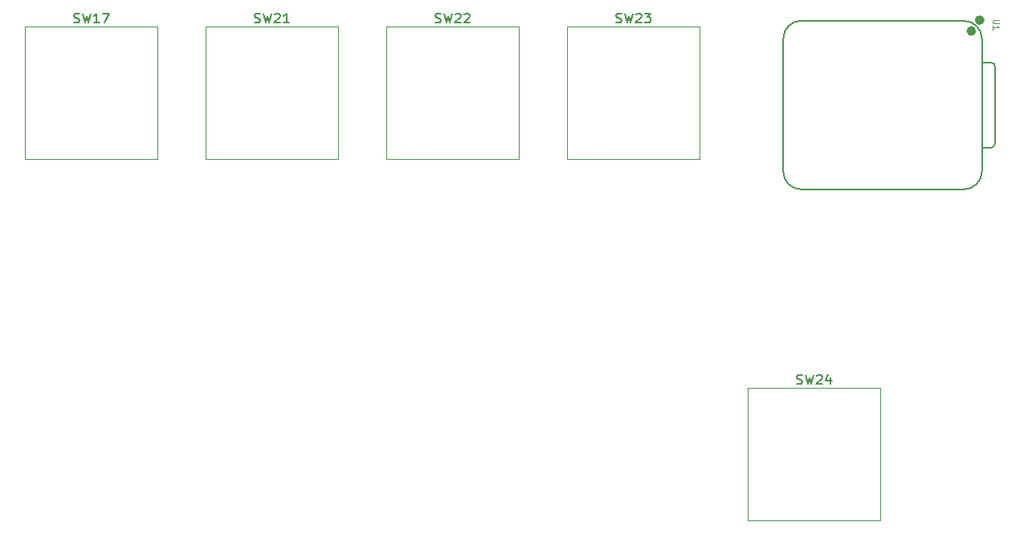
<source format=gbr>
%TF.GenerationSoftware,KiCad,Pcbnew,9.0.2*%
%TF.CreationDate,2025-06-28T02:05:05-07:00*%
%TF.ProjectId,Test,54657374-2e6b-4696-9361-645f70636258,rev?*%
%TF.SameCoordinates,Original*%
%TF.FileFunction,Legend,Top*%
%TF.FilePolarity,Positive*%
%FSLAX46Y46*%
G04 Gerber Fmt 4.6, Leading zero omitted, Abs format (unit mm)*
G04 Created by KiCad (PCBNEW 9.0.2) date 2025-06-28 02:05:05*
%MOMM*%
%LPD*%
G01*
G04 APERTURE LIST*
%ADD10C,0.150000*%
%ADD11C,0.101600*%
%ADD12C,0.120000*%
%ADD13C,0.127000*%
%ADD14C,0.100000*%
%ADD15C,0.504000*%
G04 APERTURE END LIST*
D10*
X95980476Y-119533200D02*
X96123333Y-119580819D01*
X96123333Y-119580819D02*
X96361428Y-119580819D01*
X96361428Y-119580819D02*
X96456666Y-119533200D01*
X96456666Y-119533200D02*
X96504285Y-119485580D01*
X96504285Y-119485580D02*
X96551904Y-119390342D01*
X96551904Y-119390342D02*
X96551904Y-119295104D01*
X96551904Y-119295104D02*
X96504285Y-119199866D01*
X96504285Y-119199866D02*
X96456666Y-119152247D01*
X96456666Y-119152247D02*
X96361428Y-119104628D01*
X96361428Y-119104628D02*
X96170952Y-119057009D01*
X96170952Y-119057009D02*
X96075714Y-119009390D01*
X96075714Y-119009390D02*
X96028095Y-118961771D01*
X96028095Y-118961771D02*
X95980476Y-118866533D01*
X95980476Y-118866533D02*
X95980476Y-118771295D01*
X95980476Y-118771295D02*
X96028095Y-118676057D01*
X96028095Y-118676057D02*
X96075714Y-118628438D01*
X96075714Y-118628438D02*
X96170952Y-118580819D01*
X96170952Y-118580819D02*
X96409047Y-118580819D01*
X96409047Y-118580819D02*
X96551904Y-118628438D01*
X96885238Y-118580819D02*
X97123333Y-119580819D01*
X97123333Y-119580819D02*
X97313809Y-118866533D01*
X97313809Y-118866533D02*
X97504285Y-119580819D01*
X97504285Y-119580819D02*
X97742381Y-118580819D01*
X98075714Y-118676057D02*
X98123333Y-118628438D01*
X98123333Y-118628438D02*
X98218571Y-118580819D01*
X98218571Y-118580819D02*
X98456666Y-118580819D01*
X98456666Y-118580819D02*
X98551904Y-118628438D01*
X98551904Y-118628438D02*
X98599523Y-118676057D01*
X98599523Y-118676057D02*
X98647142Y-118771295D01*
X98647142Y-118771295D02*
X98647142Y-118866533D01*
X98647142Y-118866533D02*
X98599523Y-119009390D01*
X98599523Y-119009390D02*
X98028095Y-119580819D01*
X98028095Y-119580819D02*
X98647142Y-119580819D01*
X98980476Y-118580819D02*
X99599523Y-118580819D01*
X99599523Y-118580819D02*
X99266190Y-118961771D01*
X99266190Y-118961771D02*
X99409047Y-118961771D01*
X99409047Y-118961771D02*
X99504285Y-119009390D01*
X99504285Y-119009390D02*
X99551904Y-119057009D01*
X99551904Y-119057009D02*
X99599523Y-119152247D01*
X99599523Y-119152247D02*
X99599523Y-119390342D01*
X99599523Y-119390342D02*
X99551904Y-119485580D01*
X99551904Y-119485580D02*
X99504285Y-119533200D01*
X99504285Y-119533200D02*
X99409047Y-119580819D01*
X99409047Y-119580819D02*
X99123333Y-119580819D01*
X99123333Y-119580819D02*
X99028095Y-119533200D01*
X99028095Y-119533200D02*
X98980476Y-119485580D01*
X115030476Y-157633200D02*
X115173333Y-157680819D01*
X115173333Y-157680819D02*
X115411428Y-157680819D01*
X115411428Y-157680819D02*
X115506666Y-157633200D01*
X115506666Y-157633200D02*
X115554285Y-157585580D01*
X115554285Y-157585580D02*
X115601904Y-157490342D01*
X115601904Y-157490342D02*
X115601904Y-157395104D01*
X115601904Y-157395104D02*
X115554285Y-157299866D01*
X115554285Y-157299866D02*
X115506666Y-157252247D01*
X115506666Y-157252247D02*
X115411428Y-157204628D01*
X115411428Y-157204628D02*
X115220952Y-157157009D01*
X115220952Y-157157009D02*
X115125714Y-157109390D01*
X115125714Y-157109390D02*
X115078095Y-157061771D01*
X115078095Y-157061771D02*
X115030476Y-156966533D01*
X115030476Y-156966533D02*
X115030476Y-156871295D01*
X115030476Y-156871295D02*
X115078095Y-156776057D01*
X115078095Y-156776057D02*
X115125714Y-156728438D01*
X115125714Y-156728438D02*
X115220952Y-156680819D01*
X115220952Y-156680819D02*
X115459047Y-156680819D01*
X115459047Y-156680819D02*
X115601904Y-156728438D01*
X115935238Y-156680819D02*
X116173333Y-157680819D01*
X116173333Y-157680819D02*
X116363809Y-156966533D01*
X116363809Y-156966533D02*
X116554285Y-157680819D01*
X116554285Y-157680819D02*
X116792381Y-156680819D01*
X117125714Y-156776057D02*
X117173333Y-156728438D01*
X117173333Y-156728438D02*
X117268571Y-156680819D01*
X117268571Y-156680819D02*
X117506666Y-156680819D01*
X117506666Y-156680819D02*
X117601904Y-156728438D01*
X117601904Y-156728438D02*
X117649523Y-156776057D01*
X117649523Y-156776057D02*
X117697142Y-156871295D01*
X117697142Y-156871295D02*
X117697142Y-156966533D01*
X117697142Y-156966533D02*
X117649523Y-157109390D01*
X117649523Y-157109390D02*
X117078095Y-157680819D01*
X117078095Y-157680819D02*
X117697142Y-157680819D01*
X118554285Y-157014152D02*
X118554285Y-157680819D01*
X118316190Y-156633200D02*
X118078095Y-157347485D01*
X118078095Y-157347485D02*
X118697142Y-157347485D01*
D11*
X136346520Y-119276190D02*
X135832473Y-119276190D01*
X135832473Y-119276190D02*
X135771997Y-119306428D01*
X135771997Y-119306428D02*
X135741759Y-119336666D01*
X135741759Y-119336666D02*
X135711520Y-119397142D01*
X135711520Y-119397142D02*
X135711520Y-119518095D01*
X135711520Y-119518095D02*
X135741759Y-119578571D01*
X135741759Y-119578571D02*
X135771997Y-119608809D01*
X135771997Y-119608809D02*
X135832473Y-119639047D01*
X135832473Y-119639047D02*
X136346520Y-119639047D01*
X135711520Y-120274047D02*
X135711520Y-119911190D01*
X135711520Y-120092618D02*
X136346520Y-120092618D01*
X136346520Y-120092618D02*
X136255806Y-120032142D01*
X136255806Y-120032142D02*
X136195330Y-119971666D01*
X136195330Y-119971666D02*
X136165092Y-119911190D01*
D10*
X76930476Y-119533200D02*
X77073333Y-119580819D01*
X77073333Y-119580819D02*
X77311428Y-119580819D01*
X77311428Y-119580819D02*
X77406666Y-119533200D01*
X77406666Y-119533200D02*
X77454285Y-119485580D01*
X77454285Y-119485580D02*
X77501904Y-119390342D01*
X77501904Y-119390342D02*
X77501904Y-119295104D01*
X77501904Y-119295104D02*
X77454285Y-119199866D01*
X77454285Y-119199866D02*
X77406666Y-119152247D01*
X77406666Y-119152247D02*
X77311428Y-119104628D01*
X77311428Y-119104628D02*
X77120952Y-119057009D01*
X77120952Y-119057009D02*
X77025714Y-119009390D01*
X77025714Y-119009390D02*
X76978095Y-118961771D01*
X76978095Y-118961771D02*
X76930476Y-118866533D01*
X76930476Y-118866533D02*
X76930476Y-118771295D01*
X76930476Y-118771295D02*
X76978095Y-118676057D01*
X76978095Y-118676057D02*
X77025714Y-118628438D01*
X77025714Y-118628438D02*
X77120952Y-118580819D01*
X77120952Y-118580819D02*
X77359047Y-118580819D01*
X77359047Y-118580819D02*
X77501904Y-118628438D01*
X77835238Y-118580819D02*
X78073333Y-119580819D01*
X78073333Y-119580819D02*
X78263809Y-118866533D01*
X78263809Y-118866533D02*
X78454285Y-119580819D01*
X78454285Y-119580819D02*
X78692381Y-118580819D01*
X79025714Y-118676057D02*
X79073333Y-118628438D01*
X79073333Y-118628438D02*
X79168571Y-118580819D01*
X79168571Y-118580819D02*
X79406666Y-118580819D01*
X79406666Y-118580819D02*
X79501904Y-118628438D01*
X79501904Y-118628438D02*
X79549523Y-118676057D01*
X79549523Y-118676057D02*
X79597142Y-118771295D01*
X79597142Y-118771295D02*
X79597142Y-118866533D01*
X79597142Y-118866533D02*
X79549523Y-119009390D01*
X79549523Y-119009390D02*
X78978095Y-119580819D01*
X78978095Y-119580819D02*
X79597142Y-119580819D01*
X79978095Y-118676057D02*
X80025714Y-118628438D01*
X80025714Y-118628438D02*
X80120952Y-118580819D01*
X80120952Y-118580819D02*
X80359047Y-118580819D01*
X80359047Y-118580819D02*
X80454285Y-118628438D01*
X80454285Y-118628438D02*
X80501904Y-118676057D01*
X80501904Y-118676057D02*
X80549523Y-118771295D01*
X80549523Y-118771295D02*
X80549523Y-118866533D01*
X80549523Y-118866533D02*
X80501904Y-119009390D01*
X80501904Y-119009390D02*
X79930476Y-119580819D01*
X79930476Y-119580819D02*
X80549523Y-119580819D01*
X57880476Y-119533200D02*
X58023333Y-119580819D01*
X58023333Y-119580819D02*
X58261428Y-119580819D01*
X58261428Y-119580819D02*
X58356666Y-119533200D01*
X58356666Y-119533200D02*
X58404285Y-119485580D01*
X58404285Y-119485580D02*
X58451904Y-119390342D01*
X58451904Y-119390342D02*
X58451904Y-119295104D01*
X58451904Y-119295104D02*
X58404285Y-119199866D01*
X58404285Y-119199866D02*
X58356666Y-119152247D01*
X58356666Y-119152247D02*
X58261428Y-119104628D01*
X58261428Y-119104628D02*
X58070952Y-119057009D01*
X58070952Y-119057009D02*
X57975714Y-119009390D01*
X57975714Y-119009390D02*
X57928095Y-118961771D01*
X57928095Y-118961771D02*
X57880476Y-118866533D01*
X57880476Y-118866533D02*
X57880476Y-118771295D01*
X57880476Y-118771295D02*
X57928095Y-118676057D01*
X57928095Y-118676057D02*
X57975714Y-118628438D01*
X57975714Y-118628438D02*
X58070952Y-118580819D01*
X58070952Y-118580819D02*
X58309047Y-118580819D01*
X58309047Y-118580819D02*
X58451904Y-118628438D01*
X58785238Y-118580819D02*
X59023333Y-119580819D01*
X59023333Y-119580819D02*
X59213809Y-118866533D01*
X59213809Y-118866533D02*
X59404285Y-119580819D01*
X59404285Y-119580819D02*
X59642381Y-118580819D01*
X59975714Y-118676057D02*
X60023333Y-118628438D01*
X60023333Y-118628438D02*
X60118571Y-118580819D01*
X60118571Y-118580819D02*
X60356666Y-118580819D01*
X60356666Y-118580819D02*
X60451904Y-118628438D01*
X60451904Y-118628438D02*
X60499523Y-118676057D01*
X60499523Y-118676057D02*
X60547142Y-118771295D01*
X60547142Y-118771295D02*
X60547142Y-118866533D01*
X60547142Y-118866533D02*
X60499523Y-119009390D01*
X60499523Y-119009390D02*
X59928095Y-119580819D01*
X59928095Y-119580819D02*
X60547142Y-119580819D01*
X61499523Y-119580819D02*
X60928095Y-119580819D01*
X61213809Y-119580819D02*
X61213809Y-118580819D01*
X61213809Y-118580819D02*
X61118571Y-118723676D01*
X61118571Y-118723676D02*
X61023333Y-118818914D01*
X61023333Y-118818914D02*
X60928095Y-118866533D01*
X38830476Y-119533200D02*
X38973333Y-119580819D01*
X38973333Y-119580819D02*
X39211428Y-119580819D01*
X39211428Y-119580819D02*
X39306666Y-119533200D01*
X39306666Y-119533200D02*
X39354285Y-119485580D01*
X39354285Y-119485580D02*
X39401904Y-119390342D01*
X39401904Y-119390342D02*
X39401904Y-119295104D01*
X39401904Y-119295104D02*
X39354285Y-119199866D01*
X39354285Y-119199866D02*
X39306666Y-119152247D01*
X39306666Y-119152247D02*
X39211428Y-119104628D01*
X39211428Y-119104628D02*
X39020952Y-119057009D01*
X39020952Y-119057009D02*
X38925714Y-119009390D01*
X38925714Y-119009390D02*
X38878095Y-118961771D01*
X38878095Y-118961771D02*
X38830476Y-118866533D01*
X38830476Y-118866533D02*
X38830476Y-118771295D01*
X38830476Y-118771295D02*
X38878095Y-118676057D01*
X38878095Y-118676057D02*
X38925714Y-118628438D01*
X38925714Y-118628438D02*
X39020952Y-118580819D01*
X39020952Y-118580819D02*
X39259047Y-118580819D01*
X39259047Y-118580819D02*
X39401904Y-118628438D01*
X39735238Y-118580819D02*
X39973333Y-119580819D01*
X39973333Y-119580819D02*
X40163809Y-118866533D01*
X40163809Y-118866533D02*
X40354285Y-119580819D01*
X40354285Y-119580819D02*
X40592381Y-118580819D01*
X41497142Y-119580819D02*
X40925714Y-119580819D01*
X41211428Y-119580819D02*
X41211428Y-118580819D01*
X41211428Y-118580819D02*
X41116190Y-118723676D01*
X41116190Y-118723676D02*
X41020952Y-118818914D01*
X41020952Y-118818914D02*
X40925714Y-118866533D01*
X41830476Y-118580819D02*
X42497142Y-118580819D01*
X42497142Y-118580819D02*
X42068571Y-119580819D01*
D12*
%TO.C,SW23*%
X90805000Y-120015000D02*
X104775000Y-120015000D01*
X90805000Y-133985000D02*
X90805000Y-120015000D01*
X104775000Y-120015000D02*
X104775000Y-133985000D01*
X104775000Y-133985000D02*
X90805000Y-133985000D01*
%TO.C,SW24*%
X109855000Y-158115000D02*
X123825000Y-158115000D01*
X109855000Y-172085000D02*
X109855000Y-158115000D01*
X123825000Y-158115000D02*
X123825000Y-172085000D01*
X123825000Y-172085000D02*
X109855000Y-172085000D01*
D13*
%TO.C,U1*%
X115491000Y-119370000D02*
X132636000Y-119370000D01*
X113586000Y-121275000D02*
X113586000Y-135245000D01*
X134541000Y-123765000D02*
X135451272Y-123768728D01*
X135951000Y-124268728D02*
X135951000Y-132264000D01*
X135451000Y-132764000D02*
X134541000Y-132764000D01*
D14*
X134541000Y-135245000D02*
X134541000Y-121275000D01*
D13*
X134541000Y-135245000D02*
X134541000Y-121275000D01*
X115491000Y-137150000D02*
X132636000Y-137150000D01*
X132636000Y-119370000D02*
G75*
G02*
X134541000Y-121275000I-1J-1905001D01*
G01*
X113586000Y-121275000D02*
G75*
G02*
X115491000Y-119370000I1905001J-1D01*
G01*
X135451272Y-123768728D02*
G75*
G02*
X135950999Y-124268728I-291J-500018D01*
G01*
X135951000Y-132264000D02*
G75*
G02*
X135451000Y-132764000I-500000J0D01*
G01*
X134541000Y-135245000D02*
G75*
G02*
X132636000Y-137150000I-1905000J0D01*
G01*
X115491000Y-137150000D02*
G75*
G02*
X113586000Y-135245000I0J1905000D01*
G01*
D15*
X134552000Y-119310000D02*
G75*
G02*
X134048000Y-119310000I-252000J0D01*
G01*
X134048000Y-119310000D02*
G75*
G02*
X134552000Y-119310000I252000J0D01*
G01*
X133672000Y-120453000D02*
G75*
G02*
X133168000Y-120453000I-252000J0D01*
G01*
X133168000Y-120453000D02*
G75*
G02*
X133672000Y-120453000I252000J0D01*
G01*
D12*
%TO.C,SW22*%
X71755000Y-120015000D02*
X85725000Y-120015000D01*
X71755000Y-133985000D02*
X71755000Y-120015000D01*
X85725000Y-120015000D02*
X85725000Y-133985000D01*
X85725000Y-133985000D02*
X71755000Y-133985000D01*
%TO.C,SW21*%
X52705000Y-120015000D02*
X66675000Y-120015000D01*
X52705000Y-133985000D02*
X52705000Y-120015000D01*
X66675000Y-120015000D02*
X66675000Y-133985000D01*
X66675000Y-133985000D02*
X52705000Y-133985000D01*
%TO.C,SW17*%
X33655000Y-120015000D02*
X47625000Y-120015000D01*
X33655000Y-133985000D02*
X33655000Y-120015000D01*
X47625000Y-120015000D02*
X47625000Y-133985000D01*
X47625000Y-133985000D02*
X33655000Y-133985000D01*
%TD*%
M02*

</source>
